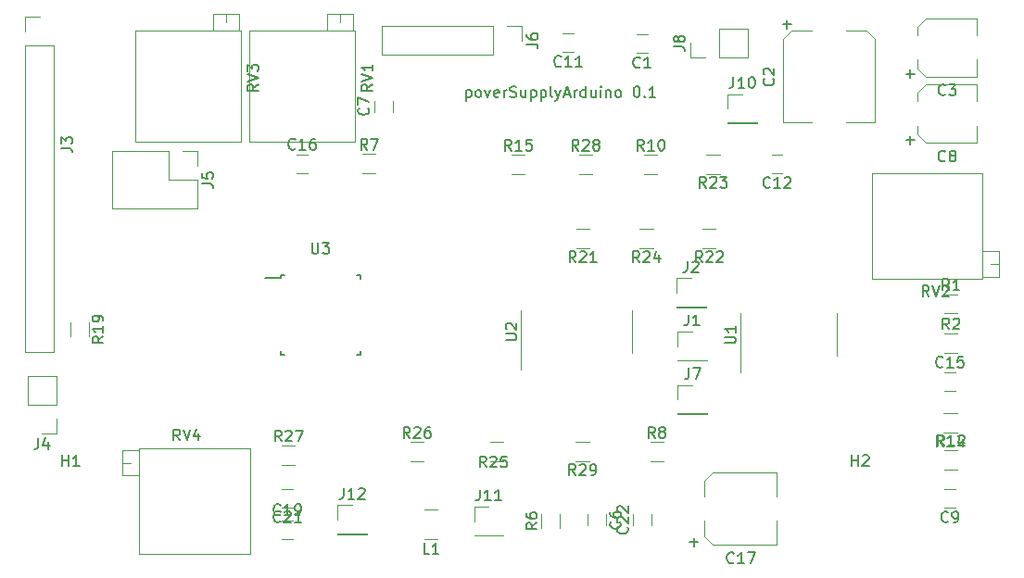
<source format=gbr>
G04 #@! TF.GenerationSoftware,KiCad,Pcbnew,(5.1.4)-1*
G04 #@! TF.CreationDate,2019-11-08T19:54:44+05:00*
G04 #@! TF.ProjectId,powerSupplyArduino,706f7765-7253-4757-9070-6c7941726475,rev?*
G04 #@! TF.SameCoordinates,Original*
G04 #@! TF.FileFunction,Legend,Top*
G04 #@! TF.FilePolarity,Positive*
%FSLAX46Y46*%
G04 Gerber Fmt 4.6, Leading zero omitted, Abs format (unit mm)*
G04 Created by KiCad (PCBNEW (5.1.4)-1) date 2019-11-08 19:54:44*
%MOMM*%
%LPD*%
G04 APERTURE LIST*
%ADD10C,0.150000*%
%ADD11C,0.120000*%
G04 APERTURE END LIST*
D10*
X130850952Y-57245714D02*
X130850952Y-58245714D01*
X130850952Y-57293333D02*
X130946190Y-57245714D01*
X131136666Y-57245714D01*
X131231904Y-57293333D01*
X131279523Y-57340952D01*
X131327142Y-57436190D01*
X131327142Y-57721904D01*
X131279523Y-57817142D01*
X131231904Y-57864761D01*
X131136666Y-57912380D01*
X130946190Y-57912380D01*
X130850952Y-57864761D01*
X131898571Y-57912380D02*
X131803333Y-57864761D01*
X131755714Y-57817142D01*
X131708095Y-57721904D01*
X131708095Y-57436190D01*
X131755714Y-57340952D01*
X131803333Y-57293333D01*
X131898571Y-57245714D01*
X132041428Y-57245714D01*
X132136666Y-57293333D01*
X132184285Y-57340952D01*
X132231904Y-57436190D01*
X132231904Y-57721904D01*
X132184285Y-57817142D01*
X132136666Y-57864761D01*
X132041428Y-57912380D01*
X131898571Y-57912380D01*
X132565238Y-57245714D02*
X132803333Y-57912380D01*
X133041428Y-57245714D01*
X133803333Y-57864761D02*
X133708095Y-57912380D01*
X133517619Y-57912380D01*
X133422380Y-57864761D01*
X133374761Y-57769523D01*
X133374761Y-57388571D01*
X133422380Y-57293333D01*
X133517619Y-57245714D01*
X133708095Y-57245714D01*
X133803333Y-57293333D01*
X133850952Y-57388571D01*
X133850952Y-57483809D01*
X133374761Y-57579047D01*
X134279523Y-57912380D02*
X134279523Y-57245714D01*
X134279523Y-57436190D02*
X134327142Y-57340952D01*
X134374761Y-57293333D01*
X134470000Y-57245714D01*
X134565238Y-57245714D01*
X134850952Y-57864761D02*
X134993809Y-57912380D01*
X135231904Y-57912380D01*
X135327142Y-57864761D01*
X135374761Y-57817142D01*
X135422380Y-57721904D01*
X135422380Y-57626666D01*
X135374761Y-57531428D01*
X135327142Y-57483809D01*
X135231904Y-57436190D01*
X135041428Y-57388571D01*
X134946190Y-57340952D01*
X134898571Y-57293333D01*
X134850952Y-57198095D01*
X134850952Y-57102857D01*
X134898571Y-57007619D01*
X134946190Y-56960000D01*
X135041428Y-56912380D01*
X135279523Y-56912380D01*
X135422380Y-56960000D01*
X136279523Y-57245714D02*
X136279523Y-57912380D01*
X135850952Y-57245714D02*
X135850952Y-57769523D01*
X135898571Y-57864761D01*
X135993809Y-57912380D01*
X136136666Y-57912380D01*
X136231904Y-57864761D01*
X136279523Y-57817142D01*
X136755714Y-57245714D02*
X136755714Y-58245714D01*
X136755714Y-57293333D02*
X136850952Y-57245714D01*
X137041428Y-57245714D01*
X137136666Y-57293333D01*
X137184285Y-57340952D01*
X137231904Y-57436190D01*
X137231904Y-57721904D01*
X137184285Y-57817142D01*
X137136666Y-57864761D01*
X137041428Y-57912380D01*
X136850952Y-57912380D01*
X136755714Y-57864761D01*
X137660476Y-57245714D02*
X137660476Y-58245714D01*
X137660476Y-57293333D02*
X137755714Y-57245714D01*
X137946190Y-57245714D01*
X138041428Y-57293333D01*
X138089047Y-57340952D01*
X138136666Y-57436190D01*
X138136666Y-57721904D01*
X138089047Y-57817142D01*
X138041428Y-57864761D01*
X137946190Y-57912380D01*
X137755714Y-57912380D01*
X137660476Y-57864761D01*
X138708095Y-57912380D02*
X138612857Y-57864761D01*
X138565238Y-57769523D01*
X138565238Y-56912380D01*
X138993809Y-57245714D02*
X139231904Y-57912380D01*
X139470000Y-57245714D02*
X139231904Y-57912380D01*
X139136666Y-58150476D01*
X139089047Y-58198095D01*
X138993809Y-58245714D01*
X139803333Y-57626666D02*
X140279523Y-57626666D01*
X139708095Y-57912380D02*
X140041428Y-56912380D01*
X140374761Y-57912380D01*
X140708095Y-57912380D02*
X140708095Y-57245714D01*
X140708095Y-57436190D02*
X140755714Y-57340952D01*
X140803333Y-57293333D01*
X140898571Y-57245714D01*
X140993809Y-57245714D01*
X141755714Y-57912380D02*
X141755714Y-56912380D01*
X141755714Y-57864761D02*
X141660476Y-57912380D01*
X141470000Y-57912380D01*
X141374761Y-57864761D01*
X141327142Y-57817142D01*
X141279523Y-57721904D01*
X141279523Y-57436190D01*
X141327142Y-57340952D01*
X141374761Y-57293333D01*
X141470000Y-57245714D01*
X141660476Y-57245714D01*
X141755714Y-57293333D01*
X142660476Y-57245714D02*
X142660476Y-57912380D01*
X142231904Y-57245714D02*
X142231904Y-57769523D01*
X142279523Y-57864761D01*
X142374761Y-57912380D01*
X142517619Y-57912380D01*
X142612857Y-57864761D01*
X142660476Y-57817142D01*
X143136666Y-57912380D02*
X143136666Y-57245714D01*
X143136666Y-56912380D02*
X143089047Y-56960000D01*
X143136666Y-57007619D01*
X143184285Y-56960000D01*
X143136666Y-56912380D01*
X143136666Y-57007619D01*
X143612857Y-57245714D02*
X143612857Y-57912380D01*
X143612857Y-57340952D02*
X143660476Y-57293333D01*
X143755714Y-57245714D01*
X143898571Y-57245714D01*
X143993809Y-57293333D01*
X144041428Y-57388571D01*
X144041428Y-57912380D01*
X144660476Y-57912380D02*
X144565238Y-57864761D01*
X144517619Y-57817142D01*
X144470000Y-57721904D01*
X144470000Y-57436190D01*
X144517619Y-57340952D01*
X144565238Y-57293333D01*
X144660476Y-57245714D01*
X144803333Y-57245714D01*
X144898571Y-57293333D01*
X144946190Y-57340952D01*
X144993809Y-57436190D01*
X144993809Y-57721904D01*
X144946190Y-57817142D01*
X144898571Y-57864761D01*
X144803333Y-57912380D01*
X144660476Y-57912380D01*
X146374761Y-56912380D02*
X146470000Y-56912380D01*
X146565238Y-56960000D01*
X146612857Y-57007619D01*
X146660476Y-57102857D01*
X146708095Y-57293333D01*
X146708095Y-57531428D01*
X146660476Y-57721904D01*
X146612857Y-57817142D01*
X146565238Y-57864761D01*
X146470000Y-57912380D01*
X146374761Y-57912380D01*
X146279523Y-57864761D01*
X146231904Y-57817142D01*
X146184285Y-57721904D01*
X146136666Y-57531428D01*
X146136666Y-57293333D01*
X146184285Y-57102857D01*
X146231904Y-57007619D01*
X146279523Y-56960000D01*
X146374761Y-56912380D01*
X147136666Y-57817142D02*
X147184285Y-57864761D01*
X147136666Y-57912380D01*
X147089047Y-57864761D01*
X147136666Y-57817142D01*
X147136666Y-57912380D01*
X148136666Y-57912380D02*
X147565238Y-57912380D01*
X147850952Y-57912380D02*
X147850952Y-56912380D01*
X147755714Y-57055238D01*
X147660476Y-57150476D01*
X147565238Y-57198095D01*
D11*
X156550000Y-54290000D02*
X156550000Y-51630000D01*
X153950000Y-54290000D02*
X156550000Y-54290000D01*
X153950000Y-51630000D02*
X156550000Y-51630000D01*
X153950000Y-54290000D02*
X153950000Y-51630000D01*
X152680000Y-54290000D02*
X151350000Y-54290000D01*
X151350000Y-54290000D02*
X151350000Y-52960000D01*
X119110000Y-97850000D02*
X121770000Y-97850000D01*
X119110000Y-97790000D02*
X119110000Y-97850000D01*
X121770000Y-97790000D02*
X121770000Y-97850000D01*
X119110000Y-97790000D02*
X121770000Y-97790000D01*
X119110000Y-96520000D02*
X119110000Y-95190000D01*
X119110000Y-95190000D02*
X120440000Y-95190000D01*
X131580000Y-97980000D02*
X134240000Y-97980000D01*
X131580000Y-97920000D02*
X131580000Y-97980000D01*
X134240000Y-97920000D02*
X134240000Y-97980000D01*
X131580000Y-97920000D02*
X134240000Y-97920000D01*
X131580000Y-96650000D02*
X131580000Y-95320000D01*
X131580000Y-95320000D02*
X132910000Y-95320000D01*
X154740000Y-60280000D02*
X157400000Y-60280000D01*
X154740000Y-60220000D02*
X154740000Y-60280000D01*
X157400000Y-60220000D02*
X157400000Y-60280000D01*
X154740000Y-60220000D02*
X157400000Y-60220000D01*
X154740000Y-58950000D02*
X154740000Y-57620000D01*
X154740000Y-57620000D02*
X156070000Y-57620000D01*
X150180000Y-86870000D02*
X152840000Y-86870000D01*
X150180000Y-86810000D02*
X150180000Y-86870000D01*
X152840000Y-86810000D02*
X152840000Y-86870000D01*
X150180000Y-86810000D02*
X152840000Y-86810000D01*
X150180000Y-85540000D02*
X150180000Y-84210000D01*
X150180000Y-84210000D02*
X151510000Y-84210000D01*
X150070000Y-77110000D02*
X152730000Y-77110000D01*
X150070000Y-77050000D02*
X150070000Y-77110000D01*
X152730000Y-77050000D02*
X152730000Y-77110000D01*
X150070000Y-77050000D02*
X152730000Y-77050000D01*
X150070000Y-75780000D02*
X150070000Y-74450000D01*
X150070000Y-74450000D02*
X151400000Y-74450000D01*
X150160000Y-81990000D02*
X152820000Y-81990000D01*
X150160000Y-81930000D02*
X150160000Y-81990000D01*
X152820000Y-81930000D02*
X152820000Y-81990000D01*
X150160000Y-81930000D02*
X152820000Y-81930000D01*
X150160000Y-80660000D02*
X150160000Y-79330000D01*
X150160000Y-79330000D02*
X151490000Y-79330000D01*
X100975000Y-90015000D02*
X111125000Y-90015000D01*
X100975000Y-99665000D02*
X111125000Y-99665000D01*
X100975000Y-90015000D02*
X100975000Y-99665000D01*
X111125000Y-90015000D02*
X111125000Y-99665000D01*
X99455000Y-90191000D02*
X100974000Y-90191000D01*
X99455000Y-92500000D02*
X100974000Y-92500000D01*
X99455000Y-90191000D02*
X99455000Y-92500000D01*
X100974000Y-90191000D02*
X100974000Y-92500000D01*
X99455000Y-91345000D02*
X100215000Y-91345000D01*
X110235000Y-51821000D02*
X110235000Y-61971000D01*
X100585000Y-51821000D02*
X100585000Y-61971000D01*
X110235000Y-51821000D02*
X100585000Y-51821000D01*
X110235000Y-61971000D02*
X100585000Y-61971000D01*
X110059000Y-50301000D02*
X110059000Y-51820000D01*
X107750000Y-50301000D02*
X107750000Y-51820000D01*
X110059000Y-50301000D02*
X107750000Y-50301000D01*
X110059000Y-51820000D02*
X107750000Y-51820000D01*
X108905000Y-50301000D02*
X108905000Y-51061000D01*
X178035000Y-74475000D02*
X167885000Y-74475000D01*
X178035000Y-64825000D02*
X167885000Y-64825000D01*
X178035000Y-74475000D02*
X178035000Y-64825000D01*
X167885000Y-74475000D02*
X167885000Y-64825000D01*
X179555000Y-74299000D02*
X178036000Y-74299000D01*
X179555000Y-71990000D02*
X178036000Y-71990000D01*
X179555000Y-74299000D02*
X179555000Y-71990000D01*
X178036000Y-74299000D02*
X178036000Y-71990000D01*
X179555000Y-73145000D02*
X178795000Y-73145000D01*
X120649000Y-51821000D02*
X120649000Y-61971000D01*
X110999000Y-51821000D02*
X110999000Y-61971000D01*
X120649000Y-51821000D02*
X110999000Y-51821000D01*
X120649000Y-61971000D02*
X110999000Y-61971000D01*
X120473000Y-50301000D02*
X120473000Y-51820000D01*
X118164000Y-50301000D02*
X118164000Y-51820000D01*
X120473000Y-50301000D02*
X118164000Y-50301000D01*
X120473000Y-51820000D02*
X118164000Y-51820000D01*
X119319000Y-50301000D02*
X119319000Y-51061000D01*
X159230000Y-98810000D02*
X159230000Y-96630000D01*
X159230000Y-92210000D02*
X159230000Y-94390000D01*
X152630000Y-98050000D02*
X152630000Y-96630000D01*
X152630000Y-92970000D02*
X152630000Y-94390000D01*
X159230000Y-98810000D02*
X153390000Y-98810000D01*
X153390000Y-98810000D02*
X152630000Y-98050000D01*
X152630000Y-92970000D02*
X153390000Y-92210000D01*
X153390000Y-92210000D02*
X159230000Y-92210000D01*
D10*
X113895000Y-74390000D02*
X112470000Y-74390000D01*
X121145000Y-74165000D02*
X120820000Y-74165000D01*
X121145000Y-81415000D02*
X120820000Y-81415000D01*
X113895000Y-81415000D02*
X114220000Y-81415000D01*
X113895000Y-74165000D02*
X114220000Y-74165000D01*
X113895000Y-81415000D02*
X113895000Y-81090000D01*
X121145000Y-81415000D02*
X121145000Y-81090000D01*
X121145000Y-74165000D02*
X121145000Y-74490000D01*
X113895000Y-74165000D02*
X113895000Y-74390000D01*
D11*
X135840000Y-79350000D02*
X135840000Y-82800000D01*
X135840000Y-79350000D02*
X135840000Y-77400000D01*
X145960000Y-79350000D02*
X145960000Y-81300000D01*
X145960000Y-79350000D02*
X145960000Y-77400000D01*
X155865000Y-79620000D02*
X155865000Y-83070000D01*
X155865000Y-79620000D02*
X155865000Y-77670000D01*
X164735000Y-79620000D02*
X164735000Y-81570000D01*
X164735000Y-79620000D02*
X164735000Y-77670000D01*
X140860000Y-89420000D02*
X142060000Y-89420000D01*
X142060000Y-91180000D02*
X140860000Y-91180000D01*
X142350000Y-64912000D02*
X141150000Y-64912000D01*
X141150000Y-63152000D02*
X142350000Y-63152000D01*
X114010000Y-89730000D02*
X115210000Y-89730000D01*
X115210000Y-91490000D02*
X114010000Y-91490000D01*
X126950000Y-91180000D02*
X125750000Y-91180000D01*
X125750000Y-89420000D02*
X126950000Y-89420000D01*
X134210000Y-91180000D02*
X133010000Y-91180000D01*
X133010000Y-89420000D02*
X134210000Y-89420000D01*
X147900000Y-71724000D02*
X146700000Y-71724000D01*
X146700000Y-69964000D02*
X147900000Y-69964000D01*
X152800000Y-63152000D02*
X154000000Y-63152000D01*
X154000000Y-64912000D02*
X152800000Y-64912000D01*
X152450000Y-69964000D02*
X153650000Y-69964000D01*
X153650000Y-71724000D02*
X152450000Y-71724000D01*
X142100000Y-71724000D02*
X140900000Y-71724000D01*
X140900000Y-69964000D02*
X142100000Y-69964000D01*
X94650000Y-79730000D02*
X94650000Y-78530000D01*
X96410000Y-78530000D02*
X96410000Y-79730000D01*
X136210000Y-64912000D02*
X135010000Y-64912000D01*
X135010000Y-63152000D02*
X136210000Y-63152000D01*
X174470000Y-86770000D02*
X175670000Y-86770000D01*
X175670000Y-88530000D02*
X174470000Y-88530000D01*
X175730000Y-91910000D02*
X174530000Y-91910000D01*
X174530000Y-90150000D02*
X175730000Y-90150000D01*
X148310000Y-64912000D02*
X147110000Y-64912000D01*
X147110000Y-63152000D02*
X148310000Y-63152000D01*
X148850000Y-91180000D02*
X147650000Y-91180000D01*
X147650000Y-89420000D02*
X148850000Y-89420000D01*
X121370000Y-63084000D02*
X122570000Y-63084000D01*
X122570000Y-64844000D02*
X121370000Y-64844000D01*
X139428000Y-96050000D02*
X139428000Y-97250000D01*
X137668000Y-97250000D02*
X137668000Y-96050000D01*
X175730000Y-81245000D02*
X174530000Y-81245000D01*
X174530000Y-79485000D02*
X175730000Y-79485000D01*
X174530000Y-75910000D02*
X175730000Y-75910000D01*
X175730000Y-77670000D02*
X174530000Y-77670000D01*
X128250064Y-95570000D02*
X127045936Y-95570000D01*
X128250064Y-98290000D02*
X127045936Y-98290000D01*
X123110000Y-51400000D02*
X123110000Y-54060000D01*
X133330000Y-51400000D02*
X123110000Y-51400000D01*
X133330000Y-54060000D02*
X123110000Y-54060000D01*
X133330000Y-51400000D02*
X133330000Y-54060000D01*
X134600000Y-51400000D02*
X135930000Y-51400000D01*
X135930000Y-51400000D02*
X135930000Y-52730000D01*
X98530000Y-62860000D02*
X98530000Y-68060000D01*
X103670000Y-62860000D02*
X98530000Y-62860000D01*
X106270000Y-68060000D02*
X98530000Y-68060000D01*
X103670000Y-62860000D02*
X103670000Y-65460000D01*
X103670000Y-65460000D02*
X106270000Y-65460000D01*
X106270000Y-65460000D02*
X106270000Y-68060000D01*
X104940000Y-62860000D02*
X106270000Y-62860000D01*
X106270000Y-62860000D02*
X106270000Y-64190000D01*
X93410000Y-83420000D02*
X90750000Y-83420000D01*
X93410000Y-86020000D02*
X93410000Y-83420000D01*
X90750000Y-86020000D02*
X90750000Y-83420000D01*
X93410000Y-86020000D02*
X90750000Y-86020000D01*
X93410000Y-87290000D02*
X93410000Y-88620000D01*
X93410000Y-88620000D02*
X92080000Y-88620000D01*
X90540000Y-81180000D02*
X93200000Y-81180000D01*
X90540000Y-53180000D02*
X90540000Y-81180000D01*
X93200000Y-53180000D02*
X93200000Y-81180000D01*
X90540000Y-53180000D02*
X93200000Y-53180000D01*
X90540000Y-51910000D02*
X90540000Y-50580000D01*
X90540000Y-50580000D02*
X91870000Y-50580000D01*
X146080000Y-96050000D02*
X146080000Y-97050000D01*
X147780000Y-97050000D02*
X147780000Y-96050000D01*
X114010000Y-95400000D02*
X115010000Y-95400000D01*
X115010000Y-93700000D02*
X114010000Y-93700000D01*
X115010000Y-96570000D02*
X114010000Y-96570000D01*
X114010000Y-98270000D02*
X115010000Y-98270000D01*
X116370000Y-63150000D02*
X115370000Y-63150000D01*
X115370000Y-64850000D02*
X116370000Y-64850000D01*
X174530000Y-84760000D02*
X175530000Y-84760000D01*
X175530000Y-83060000D02*
X174530000Y-83060000D01*
X158740000Y-64852000D02*
X159740000Y-64852000D01*
X159740000Y-63152000D02*
X158740000Y-63152000D01*
X139660000Y-53780000D02*
X140660000Y-53780000D01*
X140660000Y-52080000D02*
X139660000Y-52080000D01*
X174530000Y-95425000D02*
X175530000Y-95425000D01*
X175530000Y-93725000D02*
X174530000Y-93725000D01*
X177450000Y-56730000D02*
X177450000Y-58280000D01*
X177450000Y-62060000D02*
X177450000Y-60510000D01*
X172110000Y-61300000D02*
X172110000Y-60510000D01*
X172110000Y-57490000D02*
X172110000Y-58280000D01*
X177450000Y-56730000D02*
X172870000Y-56730000D01*
X172870000Y-56730000D02*
X172110000Y-57490000D01*
X172110000Y-61300000D02*
X172870000Y-62060000D01*
X172870000Y-62060000D02*
X177450000Y-62060000D01*
X122420000Y-58230000D02*
X122420000Y-59230000D01*
X124120000Y-59230000D02*
X124120000Y-58230000D01*
X143604000Y-97050000D02*
X143604000Y-96050000D01*
X141904000Y-96050000D02*
X141904000Y-97050000D01*
X177450000Y-50680000D02*
X177450000Y-52230000D01*
X177450000Y-56010000D02*
X177450000Y-54460000D01*
X172110000Y-55250000D02*
X172110000Y-54460000D01*
X172110000Y-51440000D02*
X172110000Y-52230000D01*
X177450000Y-50680000D02*
X172870000Y-50680000D01*
X172870000Y-50680000D02*
X172110000Y-51440000D01*
X172110000Y-55250000D02*
X172870000Y-56010000D01*
X172870000Y-56010000D02*
X177450000Y-56010000D01*
X167410000Y-51850000D02*
X165540000Y-51850000D01*
X160550000Y-51850000D02*
X162420000Y-51850000D01*
X159790000Y-60230000D02*
X162420000Y-60230000D01*
X168170000Y-60230000D02*
X165540000Y-60230000D01*
X159790000Y-60230000D02*
X159790000Y-52610000D01*
X159790000Y-52610000D02*
X160550000Y-51850000D01*
X167410000Y-51850000D02*
X168170000Y-52610000D01*
X168170000Y-52610000D02*
X168170000Y-60230000D01*
X146400000Y-53890000D02*
X147400000Y-53890000D01*
X147400000Y-52190000D02*
X146400000Y-52190000D01*
D10*
X93938095Y-91622380D02*
X93938095Y-90622380D01*
X93938095Y-91098571D02*
X94509523Y-91098571D01*
X94509523Y-91622380D02*
X94509523Y-90622380D01*
X95509523Y-91622380D02*
X94938095Y-91622380D01*
X95223809Y-91622380D02*
X95223809Y-90622380D01*
X95128571Y-90765238D01*
X95033333Y-90860476D01*
X94938095Y-90908095D01*
X166068095Y-91622380D02*
X166068095Y-90622380D01*
X166068095Y-91098571D02*
X166639523Y-91098571D01*
X166639523Y-91622380D02*
X166639523Y-90622380D01*
X167068095Y-90717619D02*
X167115714Y-90670000D01*
X167210952Y-90622380D01*
X167449047Y-90622380D01*
X167544285Y-90670000D01*
X167591904Y-90717619D01*
X167639523Y-90812857D01*
X167639523Y-90908095D01*
X167591904Y-91050952D01*
X167020476Y-91622380D01*
X167639523Y-91622380D01*
X149802380Y-53293333D02*
X150516666Y-53293333D01*
X150659523Y-53340952D01*
X150754761Y-53436190D01*
X150802380Y-53579047D01*
X150802380Y-53674285D01*
X150230952Y-52674285D02*
X150183333Y-52769523D01*
X150135714Y-52817142D01*
X150040476Y-52864761D01*
X149992857Y-52864761D01*
X149897619Y-52817142D01*
X149850000Y-52769523D01*
X149802380Y-52674285D01*
X149802380Y-52483809D01*
X149850000Y-52388571D01*
X149897619Y-52340952D01*
X149992857Y-52293333D01*
X150040476Y-52293333D01*
X150135714Y-52340952D01*
X150183333Y-52388571D01*
X150230952Y-52483809D01*
X150230952Y-52674285D01*
X150278571Y-52769523D01*
X150326190Y-52817142D01*
X150421428Y-52864761D01*
X150611904Y-52864761D01*
X150707142Y-52817142D01*
X150754761Y-52769523D01*
X150802380Y-52674285D01*
X150802380Y-52483809D01*
X150754761Y-52388571D01*
X150707142Y-52340952D01*
X150611904Y-52293333D01*
X150421428Y-52293333D01*
X150326190Y-52340952D01*
X150278571Y-52388571D01*
X150230952Y-52483809D01*
X119630476Y-93642380D02*
X119630476Y-94356666D01*
X119582857Y-94499523D01*
X119487619Y-94594761D01*
X119344761Y-94642380D01*
X119249523Y-94642380D01*
X120630476Y-94642380D02*
X120059047Y-94642380D01*
X120344761Y-94642380D02*
X120344761Y-93642380D01*
X120249523Y-93785238D01*
X120154285Y-93880476D01*
X120059047Y-93928095D01*
X121011428Y-93737619D02*
X121059047Y-93690000D01*
X121154285Y-93642380D01*
X121392380Y-93642380D01*
X121487619Y-93690000D01*
X121535238Y-93737619D01*
X121582857Y-93832857D01*
X121582857Y-93928095D01*
X121535238Y-94070952D01*
X120963809Y-94642380D01*
X121582857Y-94642380D01*
X132100476Y-93772380D02*
X132100476Y-94486666D01*
X132052857Y-94629523D01*
X131957619Y-94724761D01*
X131814761Y-94772380D01*
X131719523Y-94772380D01*
X133100476Y-94772380D02*
X132529047Y-94772380D01*
X132814761Y-94772380D02*
X132814761Y-93772380D01*
X132719523Y-93915238D01*
X132624285Y-94010476D01*
X132529047Y-94058095D01*
X134052857Y-94772380D02*
X133481428Y-94772380D01*
X133767142Y-94772380D02*
X133767142Y-93772380D01*
X133671904Y-93915238D01*
X133576666Y-94010476D01*
X133481428Y-94058095D01*
X155260476Y-56072380D02*
X155260476Y-56786666D01*
X155212857Y-56929523D01*
X155117619Y-57024761D01*
X154974761Y-57072380D01*
X154879523Y-57072380D01*
X156260476Y-57072380D02*
X155689047Y-57072380D01*
X155974761Y-57072380D02*
X155974761Y-56072380D01*
X155879523Y-56215238D01*
X155784285Y-56310476D01*
X155689047Y-56358095D01*
X156879523Y-56072380D02*
X156974761Y-56072380D01*
X157070000Y-56120000D01*
X157117619Y-56167619D01*
X157165238Y-56262857D01*
X157212857Y-56453333D01*
X157212857Y-56691428D01*
X157165238Y-56881904D01*
X157117619Y-56977142D01*
X157070000Y-57024761D01*
X156974761Y-57072380D01*
X156879523Y-57072380D01*
X156784285Y-57024761D01*
X156736666Y-56977142D01*
X156689047Y-56881904D01*
X156641428Y-56691428D01*
X156641428Y-56453333D01*
X156689047Y-56262857D01*
X156736666Y-56167619D01*
X156784285Y-56120000D01*
X156879523Y-56072380D01*
X151176666Y-82662380D02*
X151176666Y-83376666D01*
X151129047Y-83519523D01*
X151033809Y-83614761D01*
X150890952Y-83662380D01*
X150795714Y-83662380D01*
X151557619Y-82662380D02*
X152224285Y-82662380D01*
X151795714Y-83662380D01*
X151066666Y-72902380D02*
X151066666Y-73616666D01*
X151019047Y-73759523D01*
X150923809Y-73854761D01*
X150780952Y-73902380D01*
X150685714Y-73902380D01*
X151495238Y-72997619D02*
X151542857Y-72950000D01*
X151638095Y-72902380D01*
X151876190Y-72902380D01*
X151971428Y-72950000D01*
X152019047Y-72997619D01*
X152066666Y-73092857D01*
X152066666Y-73188095D01*
X152019047Y-73330952D01*
X151447619Y-73902380D01*
X152066666Y-73902380D01*
X151156666Y-77782380D02*
X151156666Y-78496666D01*
X151109047Y-78639523D01*
X151013809Y-78734761D01*
X150870952Y-78782380D01*
X150775714Y-78782380D01*
X152156666Y-78782380D02*
X151585238Y-78782380D01*
X151870952Y-78782380D02*
X151870952Y-77782380D01*
X151775714Y-77925238D01*
X151680476Y-78020476D01*
X151585238Y-78068095D01*
X104694761Y-89277380D02*
X104361428Y-88801190D01*
X104123333Y-89277380D02*
X104123333Y-88277380D01*
X104504285Y-88277380D01*
X104599523Y-88325000D01*
X104647142Y-88372619D01*
X104694761Y-88467857D01*
X104694761Y-88610714D01*
X104647142Y-88705952D01*
X104599523Y-88753571D01*
X104504285Y-88801190D01*
X104123333Y-88801190D01*
X104980476Y-88277380D02*
X105313809Y-89277380D01*
X105647142Y-88277380D01*
X106409047Y-88610714D02*
X106409047Y-89277380D01*
X106170952Y-88229761D02*
X105932857Y-88944047D01*
X106551904Y-88944047D01*
X111877380Y-56731238D02*
X111401190Y-57064571D01*
X111877380Y-57302666D02*
X110877380Y-57302666D01*
X110877380Y-56921714D01*
X110925000Y-56826476D01*
X110972619Y-56778857D01*
X111067857Y-56731238D01*
X111210714Y-56731238D01*
X111305952Y-56778857D01*
X111353571Y-56826476D01*
X111401190Y-56921714D01*
X111401190Y-57302666D01*
X110877380Y-56445523D02*
X111877380Y-56112190D01*
X110877380Y-55778857D01*
X110877380Y-55540761D02*
X110877380Y-54921714D01*
X111258333Y-55255047D01*
X111258333Y-55112190D01*
X111305952Y-55016952D01*
X111353571Y-54969333D01*
X111448809Y-54921714D01*
X111686904Y-54921714D01*
X111782142Y-54969333D01*
X111829761Y-55016952D01*
X111877380Y-55112190D01*
X111877380Y-55397904D01*
X111829761Y-55493142D01*
X111782142Y-55540761D01*
X173124761Y-76117380D02*
X172791428Y-75641190D01*
X172553333Y-76117380D02*
X172553333Y-75117380D01*
X172934285Y-75117380D01*
X173029523Y-75165000D01*
X173077142Y-75212619D01*
X173124761Y-75307857D01*
X173124761Y-75450714D01*
X173077142Y-75545952D01*
X173029523Y-75593571D01*
X172934285Y-75641190D01*
X172553333Y-75641190D01*
X173410476Y-75117380D02*
X173743809Y-76117380D01*
X174077142Y-75117380D01*
X174362857Y-75212619D02*
X174410476Y-75165000D01*
X174505714Y-75117380D01*
X174743809Y-75117380D01*
X174839047Y-75165000D01*
X174886666Y-75212619D01*
X174934285Y-75307857D01*
X174934285Y-75403095D01*
X174886666Y-75545952D01*
X174315238Y-76117380D01*
X174934285Y-76117380D01*
X122291380Y-56731238D02*
X121815190Y-57064571D01*
X122291380Y-57302666D02*
X121291380Y-57302666D01*
X121291380Y-56921714D01*
X121339000Y-56826476D01*
X121386619Y-56778857D01*
X121481857Y-56731238D01*
X121624714Y-56731238D01*
X121719952Y-56778857D01*
X121767571Y-56826476D01*
X121815190Y-56921714D01*
X121815190Y-57302666D01*
X121291380Y-56445523D02*
X122291380Y-56112190D01*
X121291380Y-55778857D01*
X122291380Y-54921714D02*
X122291380Y-55493142D01*
X122291380Y-55207428D02*
X121291380Y-55207428D01*
X121434238Y-55302666D01*
X121529476Y-55397904D01*
X121577095Y-55493142D01*
X155287142Y-100427142D02*
X155239523Y-100474761D01*
X155096666Y-100522380D01*
X155001428Y-100522380D01*
X154858571Y-100474761D01*
X154763333Y-100379523D01*
X154715714Y-100284285D01*
X154668095Y-100093809D01*
X154668095Y-99950952D01*
X154715714Y-99760476D01*
X154763333Y-99665238D01*
X154858571Y-99570000D01*
X155001428Y-99522380D01*
X155096666Y-99522380D01*
X155239523Y-99570000D01*
X155287142Y-99617619D01*
X156239523Y-100522380D02*
X155668095Y-100522380D01*
X155953809Y-100522380D02*
X155953809Y-99522380D01*
X155858571Y-99665238D01*
X155763333Y-99760476D01*
X155668095Y-99808095D01*
X156572857Y-99522380D02*
X157239523Y-99522380D01*
X156810952Y-100522380D01*
X151269047Y-98591428D02*
X152030952Y-98591428D01*
X151650000Y-98972380D02*
X151650000Y-98210476D01*
X116758095Y-71192380D02*
X116758095Y-72001904D01*
X116805714Y-72097142D01*
X116853333Y-72144761D01*
X116948571Y-72192380D01*
X117139047Y-72192380D01*
X117234285Y-72144761D01*
X117281904Y-72097142D01*
X117329523Y-72001904D01*
X117329523Y-71192380D01*
X117710476Y-71192380D02*
X118329523Y-71192380D01*
X117996190Y-71573333D01*
X118139047Y-71573333D01*
X118234285Y-71620952D01*
X118281904Y-71668571D01*
X118329523Y-71763809D01*
X118329523Y-72001904D01*
X118281904Y-72097142D01*
X118234285Y-72144761D01*
X118139047Y-72192380D01*
X117853333Y-72192380D01*
X117758095Y-72144761D01*
X117710476Y-72097142D01*
X134452380Y-80111904D02*
X135261904Y-80111904D01*
X135357142Y-80064285D01*
X135404761Y-80016666D01*
X135452380Y-79921428D01*
X135452380Y-79730952D01*
X135404761Y-79635714D01*
X135357142Y-79588095D01*
X135261904Y-79540476D01*
X134452380Y-79540476D01*
X134547619Y-79111904D02*
X134500000Y-79064285D01*
X134452380Y-78969047D01*
X134452380Y-78730952D01*
X134500000Y-78635714D01*
X134547619Y-78588095D01*
X134642857Y-78540476D01*
X134738095Y-78540476D01*
X134880952Y-78588095D01*
X135452380Y-79159523D01*
X135452380Y-78540476D01*
X154472380Y-80381904D02*
X155281904Y-80381904D01*
X155377142Y-80334285D01*
X155424761Y-80286666D01*
X155472380Y-80191428D01*
X155472380Y-80000952D01*
X155424761Y-79905714D01*
X155377142Y-79858095D01*
X155281904Y-79810476D01*
X154472380Y-79810476D01*
X155472380Y-78810476D02*
X155472380Y-79381904D01*
X155472380Y-79096190D02*
X154472380Y-79096190D01*
X154615238Y-79191428D01*
X154710476Y-79286666D01*
X154758095Y-79381904D01*
X140817142Y-92452380D02*
X140483809Y-91976190D01*
X140245714Y-92452380D02*
X140245714Y-91452380D01*
X140626666Y-91452380D01*
X140721904Y-91500000D01*
X140769523Y-91547619D01*
X140817142Y-91642857D01*
X140817142Y-91785714D01*
X140769523Y-91880952D01*
X140721904Y-91928571D01*
X140626666Y-91976190D01*
X140245714Y-91976190D01*
X141198095Y-91547619D02*
X141245714Y-91500000D01*
X141340952Y-91452380D01*
X141579047Y-91452380D01*
X141674285Y-91500000D01*
X141721904Y-91547619D01*
X141769523Y-91642857D01*
X141769523Y-91738095D01*
X141721904Y-91880952D01*
X141150476Y-92452380D01*
X141769523Y-92452380D01*
X142245714Y-92452380D02*
X142436190Y-92452380D01*
X142531428Y-92404761D01*
X142579047Y-92357142D01*
X142674285Y-92214285D01*
X142721904Y-92023809D01*
X142721904Y-91642857D01*
X142674285Y-91547619D01*
X142626666Y-91500000D01*
X142531428Y-91452380D01*
X142340952Y-91452380D01*
X142245714Y-91500000D01*
X142198095Y-91547619D01*
X142150476Y-91642857D01*
X142150476Y-91880952D01*
X142198095Y-91976190D01*
X142245714Y-92023809D01*
X142340952Y-92071428D01*
X142531428Y-92071428D01*
X142626666Y-92023809D01*
X142674285Y-91976190D01*
X142721904Y-91880952D01*
X141107142Y-62784380D02*
X140773809Y-62308190D01*
X140535714Y-62784380D02*
X140535714Y-61784380D01*
X140916666Y-61784380D01*
X141011904Y-61832000D01*
X141059523Y-61879619D01*
X141107142Y-61974857D01*
X141107142Y-62117714D01*
X141059523Y-62212952D01*
X141011904Y-62260571D01*
X140916666Y-62308190D01*
X140535714Y-62308190D01*
X141488095Y-61879619D02*
X141535714Y-61832000D01*
X141630952Y-61784380D01*
X141869047Y-61784380D01*
X141964285Y-61832000D01*
X142011904Y-61879619D01*
X142059523Y-61974857D01*
X142059523Y-62070095D01*
X142011904Y-62212952D01*
X141440476Y-62784380D01*
X142059523Y-62784380D01*
X142630952Y-62212952D02*
X142535714Y-62165333D01*
X142488095Y-62117714D01*
X142440476Y-62022476D01*
X142440476Y-61974857D01*
X142488095Y-61879619D01*
X142535714Y-61832000D01*
X142630952Y-61784380D01*
X142821428Y-61784380D01*
X142916666Y-61832000D01*
X142964285Y-61879619D01*
X143011904Y-61974857D01*
X143011904Y-62022476D01*
X142964285Y-62117714D01*
X142916666Y-62165333D01*
X142821428Y-62212952D01*
X142630952Y-62212952D01*
X142535714Y-62260571D01*
X142488095Y-62308190D01*
X142440476Y-62403428D01*
X142440476Y-62593904D01*
X142488095Y-62689142D01*
X142535714Y-62736761D01*
X142630952Y-62784380D01*
X142821428Y-62784380D01*
X142916666Y-62736761D01*
X142964285Y-62689142D01*
X143011904Y-62593904D01*
X143011904Y-62403428D01*
X142964285Y-62308190D01*
X142916666Y-62260571D01*
X142821428Y-62212952D01*
X113967142Y-89362380D02*
X113633809Y-88886190D01*
X113395714Y-89362380D02*
X113395714Y-88362380D01*
X113776666Y-88362380D01*
X113871904Y-88410000D01*
X113919523Y-88457619D01*
X113967142Y-88552857D01*
X113967142Y-88695714D01*
X113919523Y-88790952D01*
X113871904Y-88838571D01*
X113776666Y-88886190D01*
X113395714Y-88886190D01*
X114348095Y-88457619D02*
X114395714Y-88410000D01*
X114490952Y-88362380D01*
X114729047Y-88362380D01*
X114824285Y-88410000D01*
X114871904Y-88457619D01*
X114919523Y-88552857D01*
X114919523Y-88648095D01*
X114871904Y-88790952D01*
X114300476Y-89362380D01*
X114919523Y-89362380D01*
X115252857Y-88362380D02*
X115919523Y-88362380D01*
X115490952Y-89362380D01*
X125707142Y-89052380D02*
X125373809Y-88576190D01*
X125135714Y-89052380D02*
X125135714Y-88052380D01*
X125516666Y-88052380D01*
X125611904Y-88100000D01*
X125659523Y-88147619D01*
X125707142Y-88242857D01*
X125707142Y-88385714D01*
X125659523Y-88480952D01*
X125611904Y-88528571D01*
X125516666Y-88576190D01*
X125135714Y-88576190D01*
X126088095Y-88147619D02*
X126135714Y-88100000D01*
X126230952Y-88052380D01*
X126469047Y-88052380D01*
X126564285Y-88100000D01*
X126611904Y-88147619D01*
X126659523Y-88242857D01*
X126659523Y-88338095D01*
X126611904Y-88480952D01*
X126040476Y-89052380D01*
X126659523Y-89052380D01*
X127516666Y-88052380D02*
X127326190Y-88052380D01*
X127230952Y-88100000D01*
X127183333Y-88147619D01*
X127088095Y-88290476D01*
X127040476Y-88480952D01*
X127040476Y-88861904D01*
X127088095Y-88957142D01*
X127135714Y-89004761D01*
X127230952Y-89052380D01*
X127421428Y-89052380D01*
X127516666Y-89004761D01*
X127564285Y-88957142D01*
X127611904Y-88861904D01*
X127611904Y-88623809D01*
X127564285Y-88528571D01*
X127516666Y-88480952D01*
X127421428Y-88433333D01*
X127230952Y-88433333D01*
X127135714Y-88480952D01*
X127088095Y-88528571D01*
X127040476Y-88623809D01*
X132667142Y-91727380D02*
X132333809Y-91251190D01*
X132095714Y-91727380D02*
X132095714Y-90727380D01*
X132476666Y-90727380D01*
X132571904Y-90775000D01*
X132619523Y-90822619D01*
X132667142Y-90917857D01*
X132667142Y-91060714D01*
X132619523Y-91155952D01*
X132571904Y-91203571D01*
X132476666Y-91251190D01*
X132095714Y-91251190D01*
X133048095Y-90822619D02*
X133095714Y-90775000D01*
X133190952Y-90727380D01*
X133429047Y-90727380D01*
X133524285Y-90775000D01*
X133571904Y-90822619D01*
X133619523Y-90917857D01*
X133619523Y-91013095D01*
X133571904Y-91155952D01*
X133000476Y-91727380D01*
X133619523Y-91727380D01*
X134524285Y-90727380D02*
X134048095Y-90727380D01*
X134000476Y-91203571D01*
X134048095Y-91155952D01*
X134143333Y-91108333D01*
X134381428Y-91108333D01*
X134476666Y-91155952D01*
X134524285Y-91203571D01*
X134571904Y-91298809D01*
X134571904Y-91536904D01*
X134524285Y-91632142D01*
X134476666Y-91679761D01*
X134381428Y-91727380D01*
X134143333Y-91727380D01*
X134048095Y-91679761D01*
X134000476Y-91632142D01*
X146657142Y-72996380D02*
X146323809Y-72520190D01*
X146085714Y-72996380D02*
X146085714Y-71996380D01*
X146466666Y-71996380D01*
X146561904Y-72044000D01*
X146609523Y-72091619D01*
X146657142Y-72186857D01*
X146657142Y-72329714D01*
X146609523Y-72424952D01*
X146561904Y-72472571D01*
X146466666Y-72520190D01*
X146085714Y-72520190D01*
X147038095Y-72091619D02*
X147085714Y-72044000D01*
X147180952Y-71996380D01*
X147419047Y-71996380D01*
X147514285Y-72044000D01*
X147561904Y-72091619D01*
X147609523Y-72186857D01*
X147609523Y-72282095D01*
X147561904Y-72424952D01*
X146990476Y-72996380D01*
X147609523Y-72996380D01*
X148466666Y-72329714D02*
X148466666Y-72996380D01*
X148228571Y-71948761D02*
X147990476Y-72663047D01*
X148609523Y-72663047D01*
X152757142Y-66184380D02*
X152423809Y-65708190D01*
X152185714Y-66184380D02*
X152185714Y-65184380D01*
X152566666Y-65184380D01*
X152661904Y-65232000D01*
X152709523Y-65279619D01*
X152757142Y-65374857D01*
X152757142Y-65517714D01*
X152709523Y-65612952D01*
X152661904Y-65660571D01*
X152566666Y-65708190D01*
X152185714Y-65708190D01*
X153138095Y-65279619D02*
X153185714Y-65232000D01*
X153280952Y-65184380D01*
X153519047Y-65184380D01*
X153614285Y-65232000D01*
X153661904Y-65279619D01*
X153709523Y-65374857D01*
X153709523Y-65470095D01*
X153661904Y-65612952D01*
X153090476Y-66184380D01*
X153709523Y-66184380D01*
X154042857Y-65184380D02*
X154661904Y-65184380D01*
X154328571Y-65565333D01*
X154471428Y-65565333D01*
X154566666Y-65612952D01*
X154614285Y-65660571D01*
X154661904Y-65755809D01*
X154661904Y-65993904D01*
X154614285Y-66089142D01*
X154566666Y-66136761D01*
X154471428Y-66184380D01*
X154185714Y-66184380D01*
X154090476Y-66136761D01*
X154042857Y-66089142D01*
X152407142Y-72996380D02*
X152073809Y-72520190D01*
X151835714Y-72996380D02*
X151835714Y-71996380D01*
X152216666Y-71996380D01*
X152311904Y-72044000D01*
X152359523Y-72091619D01*
X152407142Y-72186857D01*
X152407142Y-72329714D01*
X152359523Y-72424952D01*
X152311904Y-72472571D01*
X152216666Y-72520190D01*
X151835714Y-72520190D01*
X152788095Y-72091619D02*
X152835714Y-72044000D01*
X152930952Y-71996380D01*
X153169047Y-71996380D01*
X153264285Y-72044000D01*
X153311904Y-72091619D01*
X153359523Y-72186857D01*
X153359523Y-72282095D01*
X153311904Y-72424952D01*
X152740476Y-72996380D01*
X153359523Y-72996380D01*
X153740476Y-72091619D02*
X153788095Y-72044000D01*
X153883333Y-71996380D01*
X154121428Y-71996380D01*
X154216666Y-72044000D01*
X154264285Y-72091619D01*
X154311904Y-72186857D01*
X154311904Y-72282095D01*
X154264285Y-72424952D01*
X153692857Y-72996380D01*
X154311904Y-72996380D01*
X140857142Y-72996380D02*
X140523809Y-72520190D01*
X140285714Y-72996380D02*
X140285714Y-71996380D01*
X140666666Y-71996380D01*
X140761904Y-72044000D01*
X140809523Y-72091619D01*
X140857142Y-72186857D01*
X140857142Y-72329714D01*
X140809523Y-72424952D01*
X140761904Y-72472571D01*
X140666666Y-72520190D01*
X140285714Y-72520190D01*
X141238095Y-72091619D02*
X141285714Y-72044000D01*
X141380952Y-71996380D01*
X141619047Y-71996380D01*
X141714285Y-72044000D01*
X141761904Y-72091619D01*
X141809523Y-72186857D01*
X141809523Y-72282095D01*
X141761904Y-72424952D01*
X141190476Y-72996380D01*
X141809523Y-72996380D01*
X142761904Y-72996380D02*
X142190476Y-72996380D01*
X142476190Y-72996380D02*
X142476190Y-71996380D01*
X142380952Y-72139238D01*
X142285714Y-72234476D01*
X142190476Y-72282095D01*
X97682380Y-79772857D02*
X97206190Y-80106190D01*
X97682380Y-80344285D02*
X96682380Y-80344285D01*
X96682380Y-79963333D01*
X96730000Y-79868095D01*
X96777619Y-79820476D01*
X96872857Y-79772857D01*
X97015714Y-79772857D01*
X97110952Y-79820476D01*
X97158571Y-79868095D01*
X97206190Y-79963333D01*
X97206190Y-80344285D01*
X97682380Y-78820476D02*
X97682380Y-79391904D01*
X97682380Y-79106190D02*
X96682380Y-79106190D01*
X96825238Y-79201428D01*
X96920476Y-79296666D01*
X96968095Y-79391904D01*
X97682380Y-78344285D02*
X97682380Y-78153809D01*
X97634761Y-78058571D01*
X97587142Y-78010952D01*
X97444285Y-77915714D01*
X97253809Y-77868095D01*
X96872857Y-77868095D01*
X96777619Y-77915714D01*
X96730000Y-77963333D01*
X96682380Y-78058571D01*
X96682380Y-78249047D01*
X96730000Y-78344285D01*
X96777619Y-78391904D01*
X96872857Y-78439523D01*
X97110952Y-78439523D01*
X97206190Y-78391904D01*
X97253809Y-78344285D01*
X97301428Y-78249047D01*
X97301428Y-78058571D01*
X97253809Y-77963333D01*
X97206190Y-77915714D01*
X97110952Y-77868095D01*
X134967142Y-62784380D02*
X134633809Y-62308190D01*
X134395714Y-62784380D02*
X134395714Y-61784380D01*
X134776666Y-61784380D01*
X134871904Y-61832000D01*
X134919523Y-61879619D01*
X134967142Y-61974857D01*
X134967142Y-62117714D01*
X134919523Y-62212952D01*
X134871904Y-62260571D01*
X134776666Y-62308190D01*
X134395714Y-62308190D01*
X135919523Y-62784380D02*
X135348095Y-62784380D01*
X135633809Y-62784380D02*
X135633809Y-61784380D01*
X135538571Y-61927238D01*
X135443333Y-62022476D01*
X135348095Y-62070095D01*
X136824285Y-61784380D02*
X136348095Y-61784380D01*
X136300476Y-62260571D01*
X136348095Y-62212952D01*
X136443333Y-62165333D01*
X136681428Y-62165333D01*
X136776666Y-62212952D01*
X136824285Y-62260571D01*
X136871904Y-62355809D01*
X136871904Y-62593904D01*
X136824285Y-62689142D01*
X136776666Y-62736761D01*
X136681428Y-62784380D01*
X136443333Y-62784380D01*
X136348095Y-62736761D01*
X136300476Y-62689142D01*
X174427142Y-89802380D02*
X174093809Y-89326190D01*
X173855714Y-89802380D02*
X173855714Y-88802380D01*
X174236666Y-88802380D01*
X174331904Y-88850000D01*
X174379523Y-88897619D01*
X174427142Y-88992857D01*
X174427142Y-89135714D01*
X174379523Y-89230952D01*
X174331904Y-89278571D01*
X174236666Y-89326190D01*
X173855714Y-89326190D01*
X175379523Y-89802380D02*
X174808095Y-89802380D01*
X175093809Y-89802380D02*
X175093809Y-88802380D01*
X174998571Y-88945238D01*
X174903333Y-89040476D01*
X174808095Y-89088095D01*
X176236666Y-89135714D02*
X176236666Y-89802380D01*
X175998571Y-88754761D02*
X175760476Y-89469047D01*
X176379523Y-89469047D01*
X174487142Y-89782380D02*
X174153809Y-89306190D01*
X173915714Y-89782380D02*
X173915714Y-88782380D01*
X174296666Y-88782380D01*
X174391904Y-88830000D01*
X174439523Y-88877619D01*
X174487142Y-88972857D01*
X174487142Y-89115714D01*
X174439523Y-89210952D01*
X174391904Y-89258571D01*
X174296666Y-89306190D01*
X173915714Y-89306190D01*
X175439523Y-89782380D02*
X174868095Y-89782380D01*
X175153809Y-89782380D02*
X175153809Y-88782380D01*
X175058571Y-88925238D01*
X174963333Y-89020476D01*
X174868095Y-89068095D01*
X175820476Y-88877619D02*
X175868095Y-88830000D01*
X175963333Y-88782380D01*
X176201428Y-88782380D01*
X176296666Y-88830000D01*
X176344285Y-88877619D01*
X176391904Y-88972857D01*
X176391904Y-89068095D01*
X176344285Y-89210952D01*
X175772857Y-89782380D01*
X176391904Y-89782380D01*
X147067142Y-62784380D02*
X146733809Y-62308190D01*
X146495714Y-62784380D02*
X146495714Y-61784380D01*
X146876666Y-61784380D01*
X146971904Y-61832000D01*
X147019523Y-61879619D01*
X147067142Y-61974857D01*
X147067142Y-62117714D01*
X147019523Y-62212952D01*
X146971904Y-62260571D01*
X146876666Y-62308190D01*
X146495714Y-62308190D01*
X148019523Y-62784380D02*
X147448095Y-62784380D01*
X147733809Y-62784380D02*
X147733809Y-61784380D01*
X147638571Y-61927238D01*
X147543333Y-62022476D01*
X147448095Y-62070095D01*
X148638571Y-61784380D02*
X148733809Y-61784380D01*
X148829047Y-61832000D01*
X148876666Y-61879619D01*
X148924285Y-61974857D01*
X148971904Y-62165333D01*
X148971904Y-62403428D01*
X148924285Y-62593904D01*
X148876666Y-62689142D01*
X148829047Y-62736761D01*
X148733809Y-62784380D01*
X148638571Y-62784380D01*
X148543333Y-62736761D01*
X148495714Y-62689142D01*
X148448095Y-62593904D01*
X148400476Y-62403428D01*
X148400476Y-62165333D01*
X148448095Y-61974857D01*
X148495714Y-61879619D01*
X148543333Y-61832000D01*
X148638571Y-61784380D01*
X148083333Y-89052380D02*
X147750000Y-88576190D01*
X147511904Y-89052380D02*
X147511904Y-88052380D01*
X147892857Y-88052380D01*
X147988095Y-88100000D01*
X148035714Y-88147619D01*
X148083333Y-88242857D01*
X148083333Y-88385714D01*
X148035714Y-88480952D01*
X147988095Y-88528571D01*
X147892857Y-88576190D01*
X147511904Y-88576190D01*
X148654761Y-88480952D02*
X148559523Y-88433333D01*
X148511904Y-88385714D01*
X148464285Y-88290476D01*
X148464285Y-88242857D01*
X148511904Y-88147619D01*
X148559523Y-88100000D01*
X148654761Y-88052380D01*
X148845238Y-88052380D01*
X148940476Y-88100000D01*
X148988095Y-88147619D01*
X149035714Y-88242857D01*
X149035714Y-88290476D01*
X148988095Y-88385714D01*
X148940476Y-88433333D01*
X148845238Y-88480952D01*
X148654761Y-88480952D01*
X148559523Y-88528571D01*
X148511904Y-88576190D01*
X148464285Y-88671428D01*
X148464285Y-88861904D01*
X148511904Y-88957142D01*
X148559523Y-89004761D01*
X148654761Y-89052380D01*
X148845238Y-89052380D01*
X148940476Y-89004761D01*
X148988095Y-88957142D01*
X149035714Y-88861904D01*
X149035714Y-88671428D01*
X148988095Y-88576190D01*
X148940476Y-88528571D01*
X148845238Y-88480952D01*
X121803333Y-62716380D02*
X121470000Y-62240190D01*
X121231904Y-62716380D02*
X121231904Y-61716380D01*
X121612857Y-61716380D01*
X121708095Y-61764000D01*
X121755714Y-61811619D01*
X121803333Y-61906857D01*
X121803333Y-62049714D01*
X121755714Y-62144952D01*
X121708095Y-62192571D01*
X121612857Y-62240190D01*
X121231904Y-62240190D01*
X122136666Y-61716380D02*
X122803333Y-61716380D01*
X122374761Y-62716380D01*
X137300380Y-96816666D02*
X136824190Y-97150000D01*
X137300380Y-97388095D02*
X136300380Y-97388095D01*
X136300380Y-97007142D01*
X136348000Y-96911904D01*
X136395619Y-96864285D01*
X136490857Y-96816666D01*
X136633714Y-96816666D01*
X136728952Y-96864285D01*
X136776571Y-96911904D01*
X136824190Y-97007142D01*
X136824190Y-97388095D01*
X136300380Y-95959523D02*
X136300380Y-96150000D01*
X136348000Y-96245238D01*
X136395619Y-96292857D01*
X136538476Y-96388095D01*
X136728952Y-96435714D01*
X137109904Y-96435714D01*
X137205142Y-96388095D01*
X137252761Y-96340476D01*
X137300380Y-96245238D01*
X137300380Y-96054761D01*
X137252761Y-95959523D01*
X137205142Y-95911904D01*
X137109904Y-95864285D01*
X136871809Y-95864285D01*
X136776571Y-95911904D01*
X136728952Y-95959523D01*
X136681333Y-96054761D01*
X136681333Y-96245238D01*
X136728952Y-96340476D01*
X136776571Y-96388095D01*
X136871809Y-96435714D01*
X174963333Y-79117380D02*
X174630000Y-78641190D01*
X174391904Y-79117380D02*
X174391904Y-78117380D01*
X174772857Y-78117380D01*
X174868095Y-78165000D01*
X174915714Y-78212619D01*
X174963333Y-78307857D01*
X174963333Y-78450714D01*
X174915714Y-78545952D01*
X174868095Y-78593571D01*
X174772857Y-78641190D01*
X174391904Y-78641190D01*
X175344285Y-78212619D02*
X175391904Y-78165000D01*
X175487142Y-78117380D01*
X175725238Y-78117380D01*
X175820476Y-78165000D01*
X175868095Y-78212619D01*
X175915714Y-78307857D01*
X175915714Y-78403095D01*
X175868095Y-78545952D01*
X175296666Y-79117380D01*
X175915714Y-79117380D01*
X174963333Y-75542380D02*
X174630000Y-75066190D01*
X174391904Y-75542380D02*
X174391904Y-74542380D01*
X174772857Y-74542380D01*
X174868095Y-74590000D01*
X174915714Y-74637619D01*
X174963333Y-74732857D01*
X174963333Y-74875714D01*
X174915714Y-74970952D01*
X174868095Y-75018571D01*
X174772857Y-75066190D01*
X174391904Y-75066190D01*
X175915714Y-75542380D02*
X175344285Y-75542380D01*
X175630000Y-75542380D02*
X175630000Y-74542380D01*
X175534761Y-74685238D01*
X175439523Y-74780476D01*
X175344285Y-74828095D01*
X127481333Y-99662380D02*
X127005142Y-99662380D01*
X127005142Y-98662380D01*
X128338476Y-99662380D02*
X127767047Y-99662380D01*
X128052761Y-99662380D02*
X128052761Y-98662380D01*
X127957523Y-98805238D01*
X127862285Y-98900476D01*
X127767047Y-98948095D01*
X136382380Y-53063333D02*
X137096666Y-53063333D01*
X137239523Y-53110952D01*
X137334761Y-53206190D01*
X137382380Y-53349047D01*
X137382380Y-53444285D01*
X136382380Y-52158571D02*
X136382380Y-52349047D01*
X136430000Y-52444285D01*
X136477619Y-52491904D01*
X136620476Y-52587142D01*
X136810952Y-52634761D01*
X137191904Y-52634761D01*
X137287142Y-52587142D01*
X137334761Y-52539523D01*
X137382380Y-52444285D01*
X137382380Y-52253809D01*
X137334761Y-52158571D01*
X137287142Y-52110952D01*
X137191904Y-52063333D01*
X136953809Y-52063333D01*
X136858571Y-52110952D01*
X136810952Y-52158571D01*
X136763333Y-52253809D01*
X136763333Y-52444285D01*
X136810952Y-52539523D01*
X136858571Y-52587142D01*
X136953809Y-52634761D01*
X106722380Y-65793333D02*
X107436666Y-65793333D01*
X107579523Y-65840952D01*
X107674761Y-65936190D01*
X107722380Y-66079047D01*
X107722380Y-66174285D01*
X106722380Y-64840952D02*
X106722380Y-65317142D01*
X107198571Y-65364761D01*
X107150952Y-65317142D01*
X107103333Y-65221904D01*
X107103333Y-64983809D01*
X107150952Y-64888571D01*
X107198571Y-64840952D01*
X107293809Y-64793333D01*
X107531904Y-64793333D01*
X107627142Y-64840952D01*
X107674761Y-64888571D01*
X107722380Y-64983809D01*
X107722380Y-65221904D01*
X107674761Y-65317142D01*
X107627142Y-65364761D01*
X91746666Y-89072380D02*
X91746666Y-89786666D01*
X91699047Y-89929523D01*
X91603809Y-90024761D01*
X91460952Y-90072380D01*
X91365714Y-90072380D01*
X92651428Y-89405714D02*
X92651428Y-90072380D01*
X92413333Y-89024761D02*
X92175238Y-89739047D01*
X92794285Y-89739047D01*
X93842380Y-62563333D02*
X94556666Y-62563333D01*
X94699523Y-62610952D01*
X94794761Y-62706190D01*
X94842380Y-62849047D01*
X94842380Y-62944285D01*
X93842380Y-62182380D02*
X93842380Y-61563333D01*
X94223333Y-61896666D01*
X94223333Y-61753809D01*
X94270952Y-61658571D01*
X94318571Y-61610952D01*
X94413809Y-61563333D01*
X94651904Y-61563333D01*
X94747142Y-61610952D01*
X94794761Y-61658571D01*
X94842380Y-61753809D01*
X94842380Y-62039523D01*
X94794761Y-62134761D01*
X94747142Y-62182380D01*
X145537142Y-97192857D02*
X145584761Y-97240476D01*
X145632380Y-97383333D01*
X145632380Y-97478571D01*
X145584761Y-97621428D01*
X145489523Y-97716666D01*
X145394285Y-97764285D01*
X145203809Y-97811904D01*
X145060952Y-97811904D01*
X144870476Y-97764285D01*
X144775238Y-97716666D01*
X144680000Y-97621428D01*
X144632380Y-97478571D01*
X144632380Y-97383333D01*
X144680000Y-97240476D01*
X144727619Y-97192857D01*
X144727619Y-96811904D02*
X144680000Y-96764285D01*
X144632380Y-96669047D01*
X144632380Y-96430952D01*
X144680000Y-96335714D01*
X144727619Y-96288095D01*
X144822857Y-96240476D01*
X144918095Y-96240476D01*
X145060952Y-96288095D01*
X145632380Y-96859523D01*
X145632380Y-96240476D01*
X144727619Y-95859523D02*
X144680000Y-95811904D01*
X144632380Y-95716666D01*
X144632380Y-95478571D01*
X144680000Y-95383333D01*
X144727619Y-95335714D01*
X144822857Y-95288095D01*
X144918095Y-95288095D01*
X145060952Y-95335714D01*
X145632380Y-95907142D01*
X145632380Y-95288095D01*
X113867142Y-96657142D02*
X113819523Y-96704761D01*
X113676666Y-96752380D01*
X113581428Y-96752380D01*
X113438571Y-96704761D01*
X113343333Y-96609523D01*
X113295714Y-96514285D01*
X113248095Y-96323809D01*
X113248095Y-96180952D01*
X113295714Y-95990476D01*
X113343333Y-95895238D01*
X113438571Y-95800000D01*
X113581428Y-95752380D01*
X113676666Y-95752380D01*
X113819523Y-95800000D01*
X113867142Y-95847619D01*
X114248095Y-95847619D02*
X114295714Y-95800000D01*
X114390952Y-95752380D01*
X114629047Y-95752380D01*
X114724285Y-95800000D01*
X114771904Y-95847619D01*
X114819523Y-95942857D01*
X114819523Y-96038095D01*
X114771904Y-96180952D01*
X114200476Y-96752380D01*
X114819523Y-96752380D01*
X115771904Y-96752380D02*
X115200476Y-96752380D01*
X115486190Y-96752380D02*
X115486190Y-95752380D01*
X115390952Y-95895238D01*
X115295714Y-95990476D01*
X115200476Y-96038095D01*
X113867142Y-96027142D02*
X113819523Y-96074761D01*
X113676666Y-96122380D01*
X113581428Y-96122380D01*
X113438571Y-96074761D01*
X113343333Y-95979523D01*
X113295714Y-95884285D01*
X113248095Y-95693809D01*
X113248095Y-95550952D01*
X113295714Y-95360476D01*
X113343333Y-95265238D01*
X113438571Y-95170000D01*
X113581428Y-95122380D01*
X113676666Y-95122380D01*
X113819523Y-95170000D01*
X113867142Y-95217619D01*
X114819523Y-96122380D02*
X114248095Y-96122380D01*
X114533809Y-96122380D02*
X114533809Y-95122380D01*
X114438571Y-95265238D01*
X114343333Y-95360476D01*
X114248095Y-95408095D01*
X115295714Y-96122380D02*
X115486190Y-96122380D01*
X115581428Y-96074761D01*
X115629047Y-96027142D01*
X115724285Y-95884285D01*
X115771904Y-95693809D01*
X115771904Y-95312857D01*
X115724285Y-95217619D01*
X115676666Y-95170000D01*
X115581428Y-95122380D01*
X115390952Y-95122380D01*
X115295714Y-95170000D01*
X115248095Y-95217619D01*
X115200476Y-95312857D01*
X115200476Y-95550952D01*
X115248095Y-95646190D01*
X115295714Y-95693809D01*
X115390952Y-95741428D01*
X115581428Y-95741428D01*
X115676666Y-95693809D01*
X115724285Y-95646190D01*
X115771904Y-95550952D01*
X115227142Y-62607142D02*
X115179523Y-62654761D01*
X115036666Y-62702380D01*
X114941428Y-62702380D01*
X114798571Y-62654761D01*
X114703333Y-62559523D01*
X114655714Y-62464285D01*
X114608095Y-62273809D01*
X114608095Y-62130952D01*
X114655714Y-61940476D01*
X114703333Y-61845238D01*
X114798571Y-61750000D01*
X114941428Y-61702380D01*
X115036666Y-61702380D01*
X115179523Y-61750000D01*
X115227142Y-61797619D01*
X116179523Y-62702380D02*
X115608095Y-62702380D01*
X115893809Y-62702380D02*
X115893809Y-61702380D01*
X115798571Y-61845238D01*
X115703333Y-61940476D01*
X115608095Y-61988095D01*
X117036666Y-61702380D02*
X116846190Y-61702380D01*
X116750952Y-61750000D01*
X116703333Y-61797619D01*
X116608095Y-61940476D01*
X116560476Y-62130952D01*
X116560476Y-62511904D01*
X116608095Y-62607142D01*
X116655714Y-62654761D01*
X116750952Y-62702380D01*
X116941428Y-62702380D01*
X117036666Y-62654761D01*
X117084285Y-62607142D01*
X117131904Y-62511904D01*
X117131904Y-62273809D01*
X117084285Y-62178571D01*
X117036666Y-62130952D01*
X116941428Y-62083333D01*
X116750952Y-62083333D01*
X116655714Y-62130952D01*
X116608095Y-62178571D01*
X116560476Y-62273809D01*
X174387142Y-82517142D02*
X174339523Y-82564761D01*
X174196666Y-82612380D01*
X174101428Y-82612380D01*
X173958571Y-82564761D01*
X173863333Y-82469523D01*
X173815714Y-82374285D01*
X173768095Y-82183809D01*
X173768095Y-82040952D01*
X173815714Y-81850476D01*
X173863333Y-81755238D01*
X173958571Y-81660000D01*
X174101428Y-81612380D01*
X174196666Y-81612380D01*
X174339523Y-81660000D01*
X174387142Y-81707619D01*
X175339523Y-82612380D02*
X174768095Y-82612380D01*
X175053809Y-82612380D02*
X175053809Y-81612380D01*
X174958571Y-81755238D01*
X174863333Y-81850476D01*
X174768095Y-81898095D01*
X176244285Y-81612380D02*
X175768095Y-81612380D01*
X175720476Y-82088571D01*
X175768095Y-82040952D01*
X175863333Y-81993333D01*
X176101428Y-81993333D01*
X176196666Y-82040952D01*
X176244285Y-82088571D01*
X176291904Y-82183809D01*
X176291904Y-82421904D01*
X176244285Y-82517142D01*
X176196666Y-82564761D01*
X176101428Y-82612380D01*
X175863333Y-82612380D01*
X175768095Y-82564761D01*
X175720476Y-82517142D01*
X158597142Y-66109142D02*
X158549523Y-66156761D01*
X158406666Y-66204380D01*
X158311428Y-66204380D01*
X158168571Y-66156761D01*
X158073333Y-66061523D01*
X158025714Y-65966285D01*
X157978095Y-65775809D01*
X157978095Y-65632952D01*
X158025714Y-65442476D01*
X158073333Y-65347238D01*
X158168571Y-65252000D01*
X158311428Y-65204380D01*
X158406666Y-65204380D01*
X158549523Y-65252000D01*
X158597142Y-65299619D01*
X159549523Y-66204380D02*
X158978095Y-66204380D01*
X159263809Y-66204380D02*
X159263809Y-65204380D01*
X159168571Y-65347238D01*
X159073333Y-65442476D01*
X158978095Y-65490095D01*
X159930476Y-65299619D02*
X159978095Y-65252000D01*
X160073333Y-65204380D01*
X160311428Y-65204380D01*
X160406666Y-65252000D01*
X160454285Y-65299619D01*
X160501904Y-65394857D01*
X160501904Y-65490095D01*
X160454285Y-65632952D01*
X159882857Y-66204380D01*
X160501904Y-66204380D01*
X139517142Y-55037142D02*
X139469523Y-55084761D01*
X139326666Y-55132380D01*
X139231428Y-55132380D01*
X139088571Y-55084761D01*
X138993333Y-54989523D01*
X138945714Y-54894285D01*
X138898095Y-54703809D01*
X138898095Y-54560952D01*
X138945714Y-54370476D01*
X138993333Y-54275238D01*
X139088571Y-54180000D01*
X139231428Y-54132380D01*
X139326666Y-54132380D01*
X139469523Y-54180000D01*
X139517142Y-54227619D01*
X140469523Y-55132380D02*
X139898095Y-55132380D01*
X140183809Y-55132380D02*
X140183809Y-54132380D01*
X140088571Y-54275238D01*
X139993333Y-54370476D01*
X139898095Y-54418095D01*
X141421904Y-55132380D02*
X140850476Y-55132380D01*
X141136190Y-55132380D02*
X141136190Y-54132380D01*
X141040952Y-54275238D01*
X140945714Y-54370476D01*
X140850476Y-54418095D01*
X174863333Y-96682142D02*
X174815714Y-96729761D01*
X174672857Y-96777380D01*
X174577619Y-96777380D01*
X174434761Y-96729761D01*
X174339523Y-96634523D01*
X174291904Y-96539285D01*
X174244285Y-96348809D01*
X174244285Y-96205952D01*
X174291904Y-96015476D01*
X174339523Y-95920238D01*
X174434761Y-95825000D01*
X174577619Y-95777380D01*
X174672857Y-95777380D01*
X174815714Y-95825000D01*
X174863333Y-95872619D01*
X175339523Y-96777380D02*
X175530000Y-96777380D01*
X175625238Y-96729761D01*
X175672857Y-96682142D01*
X175768095Y-96539285D01*
X175815714Y-96348809D01*
X175815714Y-95967857D01*
X175768095Y-95872619D01*
X175720476Y-95825000D01*
X175625238Y-95777380D01*
X175434761Y-95777380D01*
X175339523Y-95825000D01*
X175291904Y-95872619D01*
X175244285Y-95967857D01*
X175244285Y-96205952D01*
X175291904Y-96301190D01*
X175339523Y-96348809D01*
X175434761Y-96396428D01*
X175625238Y-96396428D01*
X175720476Y-96348809D01*
X175768095Y-96301190D01*
X175815714Y-96205952D01*
X174613333Y-63697142D02*
X174565714Y-63744761D01*
X174422857Y-63792380D01*
X174327619Y-63792380D01*
X174184761Y-63744761D01*
X174089523Y-63649523D01*
X174041904Y-63554285D01*
X173994285Y-63363809D01*
X173994285Y-63220952D01*
X174041904Y-63030476D01*
X174089523Y-62935238D01*
X174184761Y-62840000D01*
X174327619Y-62792380D01*
X174422857Y-62792380D01*
X174565714Y-62840000D01*
X174613333Y-62887619D01*
X175184761Y-63220952D02*
X175089523Y-63173333D01*
X175041904Y-63125714D01*
X174994285Y-63030476D01*
X174994285Y-62982857D01*
X175041904Y-62887619D01*
X175089523Y-62840000D01*
X175184761Y-62792380D01*
X175375238Y-62792380D01*
X175470476Y-62840000D01*
X175518095Y-62887619D01*
X175565714Y-62982857D01*
X175565714Y-63030476D01*
X175518095Y-63125714D01*
X175470476Y-63173333D01*
X175375238Y-63220952D01*
X175184761Y-63220952D01*
X175089523Y-63268571D01*
X175041904Y-63316190D01*
X174994285Y-63411428D01*
X174994285Y-63601904D01*
X175041904Y-63697142D01*
X175089523Y-63744761D01*
X175184761Y-63792380D01*
X175375238Y-63792380D01*
X175470476Y-63744761D01*
X175518095Y-63697142D01*
X175565714Y-63601904D01*
X175565714Y-63411428D01*
X175518095Y-63316190D01*
X175470476Y-63268571D01*
X175375238Y-63220952D01*
X171019047Y-61831428D02*
X171780952Y-61831428D01*
X171400000Y-62212380D02*
X171400000Y-61450476D01*
X121877142Y-58896666D02*
X121924761Y-58944285D01*
X121972380Y-59087142D01*
X121972380Y-59182380D01*
X121924761Y-59325238D01*
X121829523Y-59420476D01*
X121734285Y-59468095D01*
X121543809Y-59515714D01*
X121400952Y-59515714D01*
X121210476Y-59468095D01*
X121115238Y-59420476D01*
X121020000Y-59325238D01*
X120972380Y-59182380D01*
X120972380Y-59087142D01*
X121020000Y-58944285D01*
X121067619Y-58896666D01*
X120972380Y-58563333D02*
X120972380Y-57896666D01*
X121972380Y-58325238D01*
X144861142Y-96716666D02*
X144908761Y-96764285D01*
X144956380Y-96907142D01*
X144956380Y-97002380D01*
X144908761Y-97145238D01*
X144813523Y-97240476D01*
X144718285Y-97288095D01*
X144527809Y-97335714D01*
X144384952Y-97335714D01*
X144194476Y-97288095D01*
X144099238Y-97240476D01*
X144004000Y-97145238D01*
X143956380Y-97002380D01*
X143956380Y-96907142D01*
X144004000Y-96764285D01*
X144051619Y-96716666D01*
X143956380Y-95859523D02*
X143956380Y-96050000D01*
X144004000Y-96145238D01*
X144051619Y-96192857D01*
X144194476Y-96288095D01*
X144384952Y-96335714D01*
X144765904Y-96335714D01*
X144861142Y-96288095D01*
X144908761Y-96240476D01*
X144956380Y-96145238D01*
X144956380Y-95954761D01*
X144908761Y-95859523D01*
X144861142Y-95811904D01*
X144765904Y-95764285D01*
X144527809Y-95764285D01*
X144432571Y-95811904D01*
X144384952Y-95859523D01*
X144337333Y-95954761D01*
X144337333Y-96145238D01*
X144384952Y-96240476D01*
X144432571Y-96288095D01*
X144527809Y-96335714D01*
X174613333Y-57647142D02*
X174565714Y-57694761D01*
X174422857Y-57742380D01*
X174327619Y-57742380D01*
X174184761Y-57694761D01*
X174089523Y-57599523D01*
X174041904Y-57504285D01*
X173994285Y-57313809D01*
X173994285Y-57170952D01*
X174041904Y-56980476D01*
X174089523Y-56885238D01*
X174184761Y-56790000D01*
X174327619Y-56742380D01*
X174422857Y-56742380D01*
X174565714Y-56790000D01*
X174613333Y-56837619D01*
X174946666Y-56742380D02*
X175565714Y-56742380D01*
X175232380Y-57123333D01*
X175375238Y-57123333D01*
X175470476Y-57170952D01*
X175518095Y-57218571D01*
X175565714Y-57313809D01*
X175565714Y-57551904D01*
X175518095Y-57647142D01*
X175470476Y-57694761D01*
X175375238Y-57742380D01*
X175089523Y-57742380D01*
X174994285Y-57694761D01*
X174946666Y-57647142D01*
X171019047Y-55781428D02*
X171780952Y-55781428D01*
X171400000Y-56162380D02*
X171400000Y-55400476D01*
X158887142Y-56206666D02*
X158934761Y-56254285D01*
X158982380Y-56397142D01*
X158982380Y-56492380D01*
X158934761Y-56635238D01*
X158839523Y-56730476D01*
X158744285Y-56778095D01*
X158553809Y-56825714D01*
X158410952Y-56825714D01*
X158220476Y-56778095D01*
X158125238Y-56730476D01*
X158030000Y-56635238D01*
X157982380Y-56492380D01*
X157982380Y-56397142D01*
X158030000Y-56254285D01*
X158077619Y-56206666D01*
X158077619Y-55825714D02*
X158030000Y-55778095D01*
X157982380Y-55682857D01*
X157982380Y-55444761D01*
X158030000Y-55349523D01*
X158077619Y-55301904D01*
X158172857Y-55254285D01*
X158268095Y-55254285D01*
X158410952Y-55301904D01*
X158982380Y-55873333D01*
X158982380Y-55254285D01*
X160141428Y-51630952D02*
X160141428Y-50869047D01*
X160522380Y-51250000D02*
X159760476Y-51250000D01*
X146733333Y-55147142D02*
X146685714Y-55194761D01*
X146542857Y-55242380D01*
X146447619Y-55242380D01*
X146304761Y-55194761D01*
X146209523Y-55099523D01*
X146161904Y-55004285D01*
X146114285Y-54813809D01*
X146114285Y-54670952D01*
X146161904Y-54480476D01*
X146209523Y-54385238D01*
X146304761Y-54290000D01*
X146447619Y-54242380D01*
X146542857Y-54242380D01*
X146685714Y-54290000D01*
X146733333Y-54337619D01*
X147685714Y-55242380D02*
X147114285Y-55242380D01*
X147400000Y-55242380D02*
X147400000Y-54242380D01*
X147304761Y-54385238D01*
X147209523Y-54480476D01*
X147114285Y-54528095D01*
M02*

</source>
